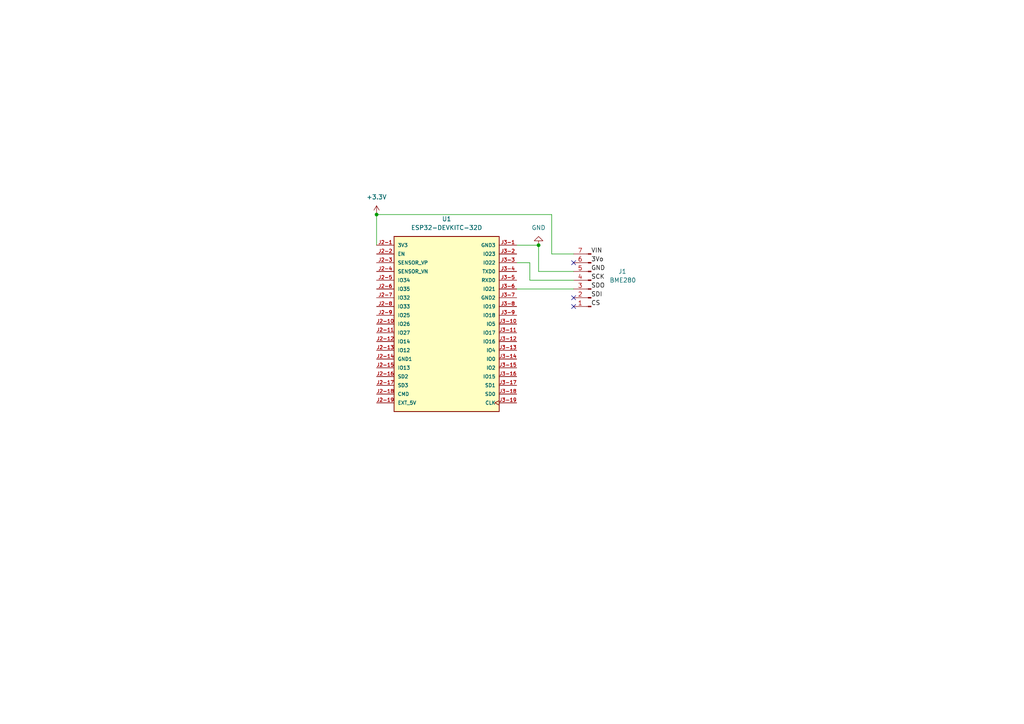
<source format=kicad_sch>
(kicad_sch (version 20250114) (generator "eeschema") (generator_version "9.0")
  (paper "A4")
  (lib_symbols
    (symbol "Connector:Conn_01x07_Pin" (pin_names (offset 1.016) (hide yes))
      (property "Reference" "J" (at 0 10.16 0))
      (property "Value" "Conn_01x07_Pin" (at 0 -10.16 0))
      (symbol "Conn_01x07_Pin_1_1"
        (rectangle (start 0.8636 7.747) (end 0 7.493) (stroke (width 0.1524)) (fill (type outline)))
        (rectangle (start 0.8636 5.207) (end 0 4.953) (stroke (width 0.1524)) (fill (type outline)))
        (rectangle (start 0.8636 2.667) (end 0 2.413) (stroke (width 0.1524)) (fill (type outline)))
        (rectangle (start 0.8636 0.127) (end 0 -0.127) (stroke (width 0.1524)) (fill (type outline)))
        (rectangle (start 0.8636 -2.413) (end 0 -2.667) (stroke (width 0.1524)) (fill (type outline)))
        (rectangle (start 0.8636 -4.953) (end 0 -5.207) (stroke (width 0.1524)) (fill (type outline)))
        (rectangle (start 0.8636 -7.493) (end 0 -7.747) (stroke (width 0.1524)) (fill (type outline)))
        (polyline (pts (xy 1.27 7.62) (xy 0.8636 7.62)) (stroke (width 0.1524)))
        (polyline (pts (xy 1.27 5.08) (xy 0.8636 5.08)) (stroke (width 0.1524)))
        (polyline (pts (xy 1.27 2.54) (xy 0.8636 2.54)) (stroke (width 0.1524)))
        (polyline (pts (xy 1.27 0) (xy 0.8636 0)) (stroke (width 0.1524)))
        (polyline (pts (xy 1.27 -2.54) (xy 0.8636 -2.54)) (stroke (width 0.1524)))
        (polyline (pts (xy 1.27 -5.08) (xy 0.8636 -5.08)) (stroke (width 0.1524)))
        (polyline (pts (xy 1.27 -7.62) (xy 0.8636 -7.62)) (stroke (width 0.1524)))
        (pin passive line (at 5.08 7.62 180) (length 3.81) (name "Pin_1") (number "1"))
        (pin passive line (at 5.08 5.08 180) (length 3.81) (name "Pin_2") (number "2"))
        (pin passive line (at 5.08 2.54 180) (length 3.81) (name "Pin_3") (number "3"))
        (pin passive line (at 5.08 0 180) (length 3.81) (name "Pin_4") (number "4"))
        (pin passive line (at 5.08 -2.54 180) (length 3.81) (name "Pin_5") (number "5"))
        (pin passive line (at 5.08 -5.08 180) (length 3.81) (name "Pin_6") (number "6"))
        (pin passive line (at 5.08 -7.62 180) (length 3.81) (name "Pin_7") (number "7"))
      )
    )
    (symbol "ESP32-DEVKITC-32D:ESP32-DEVKITC-32D" (pin_names (offset 1.016))
      (property "Reference" "U" (at -15.2572 26.0643 0))
      (property "Value" "ESP32-DEVKITC-32D" (at -15.2563 -27.9698 0))
      (symbol "ESP32-DEVKITC-32D_0_0"
        (rectangle (start -15.24 -25.4) (end 15.24 25.4) (stroke (width 0.254)) (fill (type background)))
        (pin power_in line (at -20.32 22.86 0) (length 5.08) (name "3V3") (number "J2-1"))
        (pin input line (at -20.32 20.32 0) (length 5.08) (name "EN") (number "J2-2"))
        (pin input line (at -20.32 17.78 0) (length 5.08) (name "SENSOR_VP") (number "J2-3"))
        (pin input line (at -20.32 15.24 0) (length 5.08) (name "SENSOR_VN") (number "J2-4"))
        (pin bidirectional line (at -20.32 12.7 0) (length 5.08) (name "IO34") (number "J2-5"))
        (pin bidirectional line (at -20.32 10.16 0) (length 5.08) (name "IO35") (number "J2-6"))
        (pin bidirectional line (at -20.32 7.62 0) (length 5.08) (name "IO32") (number "J2-7"))
        (pin bidirectional line (at -20.32 5.08 0) (length 5.08) (name "IO33") (number "J2-8"))
        (pin bidirectional line (at -20.32 2.54 0) (length 5.08) (name "IO25") (number "J2-9"))
        (pin bidirectional line (at -20.32 0 0) (length 5.08) (name "IO26") (number "J2-10"))
        (pin bidirectional line (at -20.32 -2.54 0) (length 5.08) (name "IO27") (number "J2-11"))
        (pin bidirectional line (at -20.32 -5.08 0) (length 5.08) (name "IO14") (number "J2-12"))
        (pin bidirectional line (at -20.32 -7.62 0) (length 5.08) (name "IO12") (number "J2-13"))
        (pin power_in line (at -20.32 -10.16 0) (length 5.08) (name "GND1") (number "J2-14"))
        (pin bidirectional line (at -20.32 -12.7 0) (length 5.08) (name "IO13") (number "J2-15"))
        (pin bidirectional line (at -20.32 -15.24 0) (length 5.08) (name "SD2") (number "J2-16"))
        (pin bidirectional line (at -20.32 -17.78 0) (length 5.08) (name "SD3") (number "J2-17"))
        (pin bidirectional line (at -20.32 -20.32 0) (length 5.08) (name "CMD") (number "J2-18"))
        (pin power_in line (at -20.32 -22.86 0) (length 5.08) (name "EXT_5V") (number "J2-19"))
        (pin power_in line (at 20.32 22.86 180) (length 5.08) (name "GND3") (number "J3-1"))
        (pin bidirectional line (at 20.32 20.32 180) (length 5.08) (name "IO23") (number "J3-2"))
        (pin bidirectional line (at 20.32 17.78 180) (length 5.08) (name "IO22") (number "J3-3"))
        (pin output line (at 20.32 15.24 180) (length 5.08) (name "TXD0") (number "J3-4"))
        (pin input line (at 20.32 12.7 180) (length 5.08) (name "RXD0") (number "J3-5"))
        (pin bidirectional line (at 20.32 10.16 180) (length 5.08) (name "IO21") (number "J3-6"))
        (pin power_in line (at 20.32 7.62 180) (length 5.08) (name "GND2") (number "J3-7"))
        (pin bidirectional line (at 20.32 5.08 180) (length 5.08) (name "IO19") (number "J3-8"))
        (pin bidirectional line (at 20.32 2.54 180) (length 5.08) (name "IO18") (number "J3-9"))
        (pin bidirectional line (at 20.32 0 180) (length 5.08) (name "IO5") (number "J3-10"))
        (pin bidirectional line (at 20.32 -2.54 180) (length 5.08) (name "IO17") (number "J3-11"))
        (pin bidirectional line (at 20.32 -5.08 180) (length 5.08) (name "IO16") (number "J3-12"))
        (pin bidirectional line (at 20.32 -7.62 180) (length 5.08) (name "IO4") (number "J3-13"))
        (pin bidirectional line (at 20.32 -10.16 180) (length 5.08) (name "IO0") (number "J3-14"))
        (pin bidirectional line (at 20.32 -12.7 180) (length 5.08) (name "IO2") (number "J3-15"))
        (pin bidirectional line (at 20.32 -15.24 180) (length 5.08) (name "IO15") (number "J3-16"))
        (pin bidirectional line (at 20.32 -17.78 180) (length 5.08) (name "SD1") (number "J3-17"))
        (pin bidirectional line (at 20.32 -20.32 180) (length 5.08) (name "SD0") (number "J3-18"))
        (pin input clock (at 20.32 -22.86 180) (length 5.08) (name "CLK") (number "J3-19"))
      )
    )
    (symbol "power:+3.3V" (power) (pin_numbers (hide yes)) (pin_names (offset 0) (hide yes))
      (property "Value" "+3.3V" (at 0 3.556 0))
      (symbol "+3.3V_0_1"
        (polyline (pts (xy -0.762 1.27) (xy 0 2.54)))
        (polyline (pts (xy 0 2.54) (xy 0.762 1.27)))
        (polyline (pts (xy 0 0) (xy 0 2.54)))
      )
      (symbol "+3.3V_1_1"
        (pin power_in line (at 0 0 90) (length 0) (name "~") (number "1"))
      )
    )
    (symbol "power:GND" (power) (pin_numbers (hide yes)) (pin_names (offset 0) (hide yes))
      (property "Value" "GND" (at 0 -3.81 0))
      (symbol "GND_0_1"
        (polyline (pts (xy 0 0) (xy 0 -1.27) (xy 1.27 -1.27) (xy 0 -2.54) (xy -1.27 -1.27) (xy 0 -1.27)))
      )
      (symbol "GND_1_1"
        (pin power_in line (at 0 0 270) (length 0) (name "~") (number "1"))
      )
    )
  )
  (junction (at 109.22 62.23))
  (junction (at 156.21 71.12))
  (no_connect (at 166.37 88.9))
  (no_connect (at 166.37 76.2))
  (no_connect (at 166.37 86.36))
  (wire (pts (xy 166.37 73.66) (xy 160.02 73.66)))
  (wire (pts (xy 149.86 83.82) (xy 166.37 83.82)))
  (wire (pts (xy 166.37 78.74) (xy 156.21 78.74)))
  (wire (pts (xy 149.86 76.2) (xy 153.67 76.2)))
  (wire (pts (xy 156.21 71.12) (xy 149.86 71.12)))
  (wire (pts (xy 156.21 78.74) (xy 156.21 71.12)))
  (wire (pts (xy 153.67 81.28) (xy 153.67 76.2)))
  (wire (pts (xy 166.37 81.28) (xy 153.67 81.28)))
  (wire (pts (xy 160.02 73.66) (xy 160.02 62.23)))
  (wire (pts (xy 160.02 62.23) (xy 109.22 62.23)))
  (wire (pts (xy 109.22 62.23) (xy 109.22 71.12)))
  (label "3Vo" (at 171.45 76.2 0))
  (label "SDI" (at 171.45 86.36 0))
  (label "SCK" (at 171.45 81.28 0))
  (label "VIN" (at 171.45 73.66 0))
  (label "GND" (at 171.45 78.74 0))
  (label "CS" (at 171.45 88.9 0))
  (label "SDO" (at 171.45 83.82 0))
  (symbol (lib_id "power:+3.3V") (at 109.22 62.23 0) (unit 1)
    (property "Reference" "#PWR01" (effects (hide yes)))
    (property "Value" "+3.3V" (at 109.22 57.15 0))
    (property "Description" "Power symbol creates a global label with name \"+3.3V\"" (effects (hide yes)))
  )
  (symbol (lib_id "Connector:Conn_01x07_Pin") (at 171.45 81.28 180) (unit 1)
    (property "Reference" "J1" (at 179.324 78.74 0) (effects (justify right)))
    (property "Value" "BME280" (at 176.784 81.28 0) (effects (justify right)))
    (property "Footprint" "Custom_Footprints:Adafruit_BME280_STEMMA_QT" (effects (hide yes)))
    (property "Description" "Generic connector, single row, 01x07, script generated" (effects (hide yes)))
  )
  (symbol (lib_id "power:GND") (at 156.21 71.12 180) (unit 1)
    (property "Reference" "#PWR02" (effects (hide yes)))
    (property "Value" "GND" (at 156.21 66.04 0))
    (property "Description" "Power symbol creates a global label with name \"GND\" , ground" (effects (hide yes)))
  )
  (symbol (lib_id "ESP32-DEVKITC-32D:ESP32-DEVKITC-32D") (at 129.54 93.98 0) (unit 1)
    (property "Reference" "U1" (at 129.54 63.5 0))
    (property "Value" "ESP32-DEVKITC-32D" (at 129.54 66.04 0))
    (property "Footprint" "ESP32-DEVKITC-32D:MODULE_ESP32-DEVKITC-32D" (effects (hide yes)))
    (property "MF" "Espressif Systems" (effects (hide yes)))
    (property "MAXIMUM_PACKAGE_HEIGHT" "N/A" (effects (hide yes)))
    (property "Package" "None" (effects (hide yes)))
    (property "Price" "None" (effects (hide yes)))
    (property "Check_prices" "https://www.snapeda.com/parts/ESP32-DEVKITC-32D/Espressif+Systems/view-part/?ref=eda" (effects (hide yes)))
    (property "STANDARD" "Manufacturer Recommendations" (effects (hide yes)))
    (property "PARTREV" "V4" (effects (hide yes)))
    (property "SnapEDA_Link" "https://www.snapeda.com/parts/ESP32-DEVKITC-32D/Espressif+Systems/view-part/?ref=snap" (effects (hide yes)))
    (property "MP" "ESP32-DEVKITC-32D" (effects (hide yes)))
    (property "Description_1" "WiFi Development Tools (802.11) ESP32 General Development Kit, ESP32-WROOM-32D on the board" (effects (hide yes)))
    (property "MANUFACTURER" "Espressif Systems" (effects (hide yes)))
    (property "Availability" "In Stock" (effects (hide yes)))
    (property "SNAPEDA_PN" "ESP32-DEVKITC-32D" (effects (hide yes)))
  )
)
</source>
